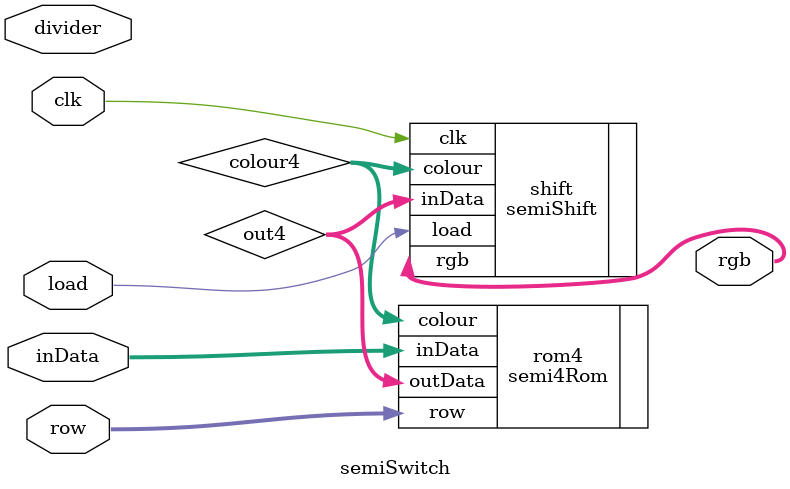
<source format=sv>
module semiSwitch(
	input logic [7:0] inData,
	input logic [3:0] row,
	input logic clk,
	input logic divider,
	input logic load,
	output logic [8:0] rgb
);

	logic [7:0] out4;
	logic [3:0] colour4;

	semi4Rom rom4(
		.row (row),
		.inData (inData),
		.outData (out4),
		.colour (colour4)
	);

	semiShift shift(
	   .inData (out4),
      .colour (colour4),
      .clk (clk),
      .load (load),
      .rgb (rgb)
	);
	
endmodule
</source>
